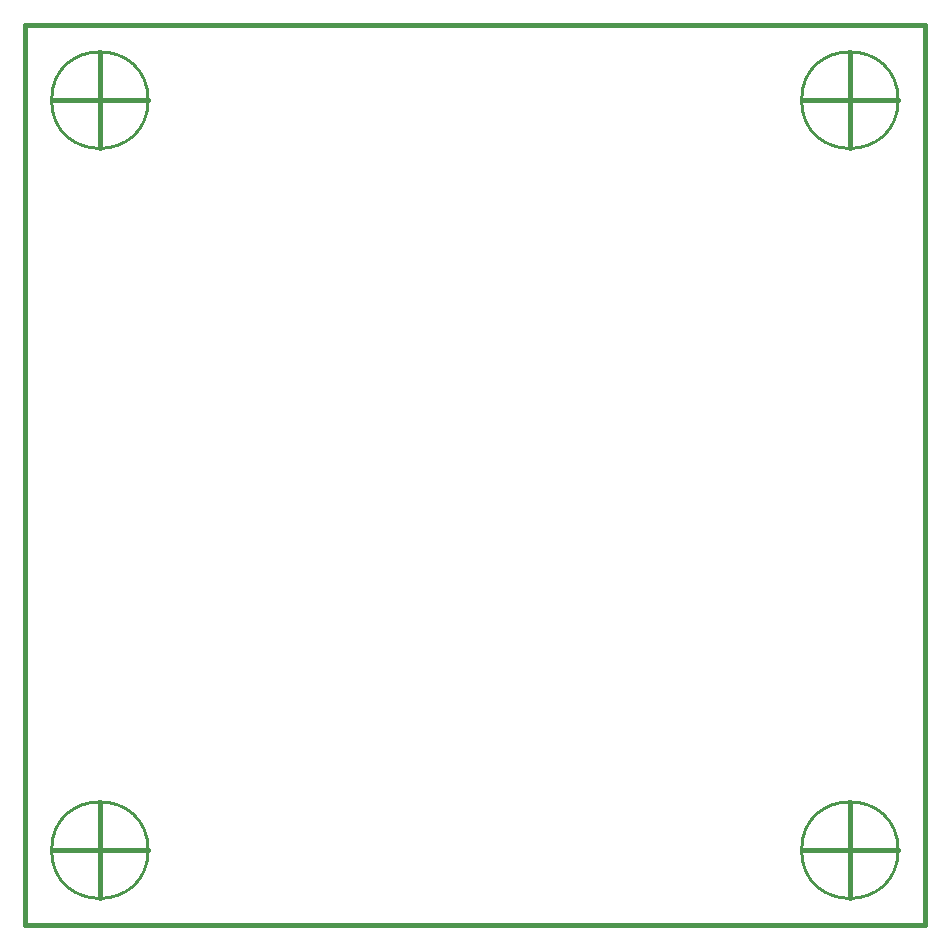
<source format=gbo>
%FSLAX24Y24*%
%MOIN*%
G70*
G01*
G75*
G04 Layer_Color=9218505*
%ADD10R,0.0394X0.0374*%
%ADD11R,0.0374X0.0394*%
%ADD12R,0.1299X0.0945*%
%ADD13R,0.0394X0.0945*%
%ADD14R,0.0965X0.1004*%
%ADD15O,0.0236X0.0748*%
%ADD16R,0.0591X0.0236*%
%ADD17C,0.0450*%
%ADD18C,0.0250*%
%ADD19C,0.0500*%
%ADD20C,0.1000*%
%ADD21C,0.0200*%
%ADD22C,0.0800*%
%ADD23C,0.3937*%
%ADD24R,0.0750X0.0750*%
%ADD25C,0.0748*%
%ADD26C,0.0591*%
%ADD27R,0.0591X0.0591*%
%ADD28C,0.0950*%
%ADD29C,0.1000*%
%ADD30C,0.0500*%
%ADD31C,0.0250*%
%ADD32C,0.0070*%
%ADD33C,0.0098*%
%ADD34C,0.0098*%
%ADD35C,0.0079*%
%ADD36C,0.0150*%
%ADD37C,0.0100*%
%ADD38R,0.0474X0.0454*%
%ADD39R,0.0454X0.0474*%
%ADD40R,0.1379X0.1025*%
%ADD41R,0.0474X0.1025*%
%ADD42R,0.1045X0.1084*%
%ADD43O,0.0316X0.0828*%
%ADD44R,0.0671X0.0316*%
%ADD45C,0.0880*%
%ADD46C,0.4017*%
%ADD47R,0.0830X0.0830*%
%ADD48C,0.0828*%
%ADD49C,0.0671*%
%ADD50R,0.0671X0.0671*%
%ADD51C,0.1030*%
%ADD52C,0.1080*%
%ADD53C,0.0580*%
%ADD54C,0.0330*%
D36*
X25900Y2500D02*
X29100D01*
X27500Y900D02*
Y4100D01*
X25900Y27500D02*
X29100D01*
X27500Y25900D02*
Y29100D01*
X900Y27500D02*
X4100D01*
X2500Y25900D02*
Y29100D01*
X900Y2500D02*
X4100D01*
X2500Y900D02*
Y4100D01*
X0Y30000D02*
X30000D01*
Y0D02*
Y30000D01*
X0Y0D02*
X30000D01*
X0D02*
Y30000D01*
D37*
X29110Y2500D02*
G03*
X29110Y2500I-1610J0D01*
G01*
Y27500D02*
G03*
X29110Y27500I-1610J0D01*
G01*
X4110D02*
G03*
X4110Y27500I-1610J0D01*
G01*
Y2500D02*
G03*
X4110Y2500I-1610J0D01*
G01*
M02*

</source>
